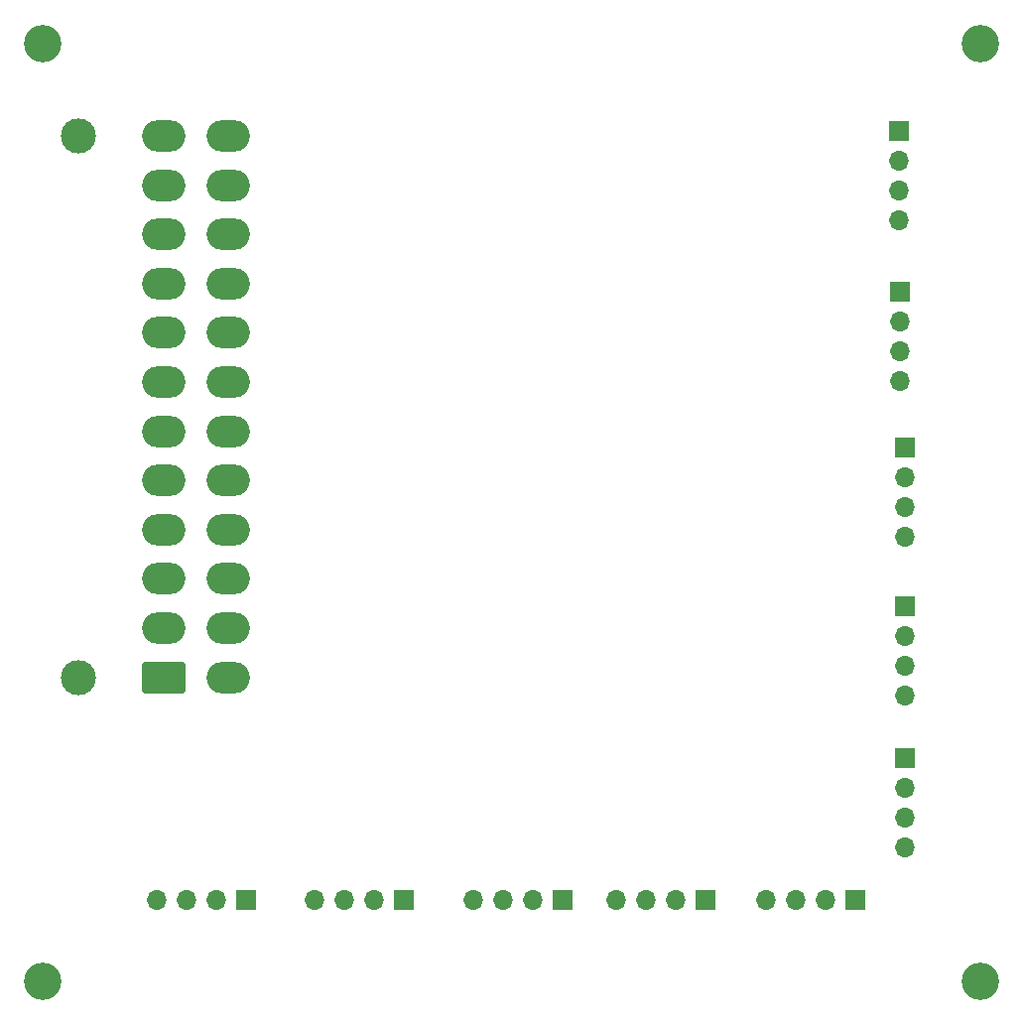
<source format=gbr>
%TF.GenerationSoftware,KiCad,Pcbnew,(6.0.7)*%
%TF.CreationDate,2022-11-08T16:58:00+08:00*%
%TF.ProjectId,main,6d61696e-2e6b-4696-9361-645f70636258,rev?*%
%TF.SameCoordinates,Original*%
%TF.FileFunction,Soldermask,Bot*%
%TF.FilePolarity,Negative*%
%FSLAX46Y46*%
G04 Gerber Fmt 4.6, Leading zero omitted, Abs format (unit mm)*
G04 Created by KiCad (PCBNEW (6.0.7)) date 2022-11-08 16:58:00*
%MOMM*%
%LPD*%
G01*
G04 APERTURE LIST*
G04 Aperture macros list*
%AMRoundRect*
0 Rectangle with rounded corners*
0 $1 Rounding radius*
0 $2 $3 $4 $5 $6 $7 $8 $9 X,Y pos of 4 corners*
0 Add a 4 corners polygon primitive as box body*
4,1,4,$2,$3,$4,$5,$6,$7,$8,$9,$2,$3,0*
0 Add four circle primitives for the rounded corners*
1,1,$1+$1,$2,$3*
1,1,$1+$1,$4,$5*
1,1,$1+$1,$6,$7*
1,1,$1+$1,$8,$9*
0 Add four rect primitives between the rounded corners*
20,1,$1+$1,$2,$3,$4,$5,0*
20,1,$1+$1,$4,$5,$6,$7,0*
20,1,$1+$1,$6,$7,$8,$9,0*
20,1,$1+$1,$8,$9,$2,$3,0*%
G04 Aperture macros list end*
%ADD10R,1.700000X1.700000*%
%ADD11O,1.700000X1.700000*%
%ADD12C,3.200000*%
%ADD13C,3.000000*%
%ADD14RoundRect,0.250001X1.599999X-1.099999X1.599999X1.099999X-1.599999X1.099999X-1.599999X-1.099999X0*%
%ADD15O,3.700000X2.700000*%
G04 APERTURE END LIST*
D10*
%TO.C,J8*%
X103125000Y-51200000D03*
D11*
X103125000Y-53740000D03*
X103125000Y-56280000D03*
X103125000Y-58820000D03*
%TD*%
D12*
%TO.C,H4*%
X110000000Y-110000000D03*
%TD*%
%TO.C,H1*%
X30000000Y-30000000D03*
%TD*%
%TO.C,H3*%
X30000000Y-110000000D03*
%TD*%
D10*
%TO.C,J7*%
X103000000Y-37500000D03*
D11*
X103000000Y-40040000D03*
X103000000Y-42580000D03*
X103000000Y-45120000D03*
%TD*%
D10*
%TO.C,J5*%
X86550000Y-103125000D03*
D11*
X84010000Y-103125000D03*
X81470000Y-103125000D03*
X78930000Y-103125000D03*
%TD*%
D10*
%TO.C,J9*%
X103500000Y-64500000D03*
D11*
X103500000Y-67040000D03*
X103500000Y-69580000D03*
X103500000Y-72120000D03*
%TD*%
D10*
%TO.C,J3*%
X74300000Y-103125000D03*
D11*
X71760000Y-103125000D03*
X69220000Y-103125000D03*
X66680000Y-103125000D03*
%TD*%
D10*
%TO.C,J2*%
X99300000Y-103125000D03*
D11*
X96760000Y-103125000D03*
X94220000Y-103125000D03*
X91680000Y-103125000D03*
%TD*%
D13*
%TO.C,J1*%
X32975000Y-84100000D03*
X32975000Y-37900000D03*
D14*
X40275000Y-84100000D03*
D15*
X40275000Y-79900000D03*
X40275000Y-75700000D03*
X40275000Y-71500000D03*
X40275000Y-67300000D03*
X40275000Y-63100000D03*
X40275000Y-58900000D03*
X40275000Y-54700000D03*
X40275000Y-50500000D03*
X40275000Y-46300000D03*
X40275000Y-42100000D03*
X40275000Y-37900000D03*
X45775000Y-84100000D03*
X45775000Y-79900000D03*
X45775000Y-75700000D03*
X45775000Y-71500000D03*
X45775000Y-67300000D03*
X45775000Y-63100000D03*
X45775000Y-58900000D03*
X45775000Y-54700000D03*
X45775000Y-50500000D03*
X45775000Y-46300000D03*
X45775000Y-42100000D03*
X45775000Y-37900000D03*
%TD*%
D10*
%TO.C,J10*%
X103500000Y-78000000D03*
D11*
X103500000Y-80540000D03*
X103500000Y-83080000D03*
X103500000Y-85620000D03*
%TD*%
D10*
%TO.C,J4*%
X60800000Y-103125000D03*
D11*
X58260000Y-103125000D03*
X55720000Y-103125000D03*
X53180000Y-103125000D03*
%TD*%
D10*
%TO.C,J11*%
X103500000Y-91000000D03*
D11*
X103500000Y-93540000D03*
X103500000Y-96080000D03*
X103500000Y-98620000D03*
%TD*%
D12*
%TO.C,H2*%
X110000000Y-30000000D03*
%TD*%
D10*
%TO.C,J6*%
X47300000Y-103125000D03*
D11*
X44760000Y-103125000D03*
X42220000Y-103125000D03*
X39680000Y-103125000D03*
%TD*%
M02*

</source>
